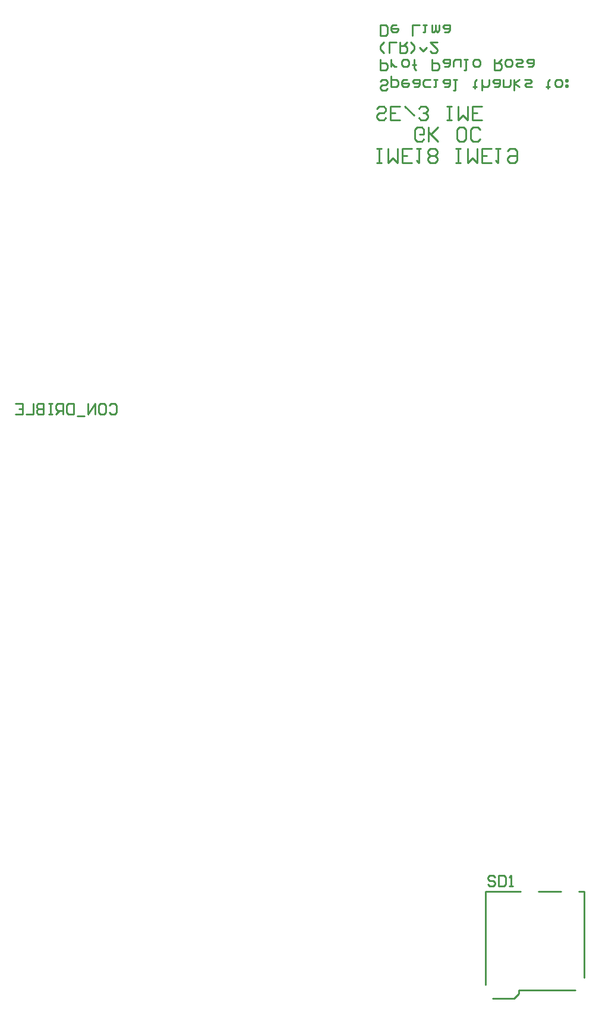
<source format=gbo>
G04 Layer_Color=32896*
%FSLAX25Y25*%
%MOIN*%
G70*
G01*
G75*
%ADD56C,0.01000*%
D56*
X-38488Y-576655D02*
Y-524490D01*
X16630Y-572718D02*
Y-524490D01*
X-19787Y-579608D02*
X11709D01*
X-38488Y-524490D02*
X-18803D01*
X-8961D02*
X3835D01*
X13677D02*
X16630D01*
X-34551Y-584529D02*
X-22740D01*
X-19787Y-581577D01*
Y-579608D01*
X-93678Y-74190D02*
X-94678Y-75190D01*
X-96677D01*
X-97677Y-74190D01*
Y-73190D01*
X-96677Y-72191D01*
X-94678D01*
X-93678Y-71191D01*
Y-70192D01*
X-94678Y-69192D01*
X-96677D01*
X-97677Y-70192D01*
X-91679Y-67193D02*
Y-73190D01*
X-88680D01*
X-87680Y-72191D01*
Y-70192D01*
X-88680Y-69192D01*
X-91679D01*
X-82682D02*
X-84681D01*
X-85681Y-70192D01*
Y-72191D01*
X-84681Y-73190D01*
X-82682D01*
X-81682Y-72191D01*
Y-71191D01*
X-85681D01*
X-78683Y-73190D02*
X-76684D01*
X-75684Y-72191D01*
Y-69192D01*
X-78683D01*
X-79683Y-70192D01*
X-78683Y-71191D01*
X-75684D01*
X-69686Y-73190D02*
X-72685D01*
X-73685Y-72191D01*
Y-70192D01*
X-72685Y-69192D01*
X-69686D01*
X-67687D02*
X-65687D01*
X-66687D01*
Y-73190D01*
X-67687D01*
X-61689D02*
X-59689D01*
X-58690Y-72191D01*
Y-69192D01*
X-61689D01*
X-62688Y-70192D01*
X-61689Y-71191D01*
X-58690D01*
X-56690Y-69192D02*
X-54691D01*
X-55691D01*
Y-75190D01*
X-56690D01*
X-44694Y-74190D02*
Y-73190D01*
X-45694D01*
X-43695D01*
X-44694D01*
Y-70192D01*
X-43695Y-69192D01*
X-40696Y-75190D02*
Y-69192D01*
Y-72191D01*
X-39696Y-73190D01*
X-37696D01*
X-36697Y-72191D01*
Y-69192D01*
X-33698Y-73190D02*
X-31698D01*
X-30699Y-72191D01*
Y-69192D01*
X-33698D01*
X-34697Y-70192D01*
X-33698Y-71191D01*
X-30699D01*
X-28699Y-69192D02*
Y-73190D01*
X-25700D01*
X-24701Y-72191D01*
Y-69192D01*
X-22701D02*
Y-75190D01*
Y-71191D02*
X-19702Y-73190D01*
X-22701Y-71191D02*
X-19702Y-69192D01*
X-16703D02*
X-13704D01*
X-12705Y-70192D01*
X-13704Y-71191D01*
X-15704D01*
X-16703Y-72191D01*
X-15704Y-73190D01*
X-12705D01*
X-3708Y-74190D02*
Y-73190D01*
X-4707D01*
X-2708D01*
X-3708D01*
Y-70192D01*
X-2708Y-69192D01*
X1291D02*
X3290D01*
X4290Y-70192D01*
Y-72191D01*
X3290Y-73190D01*
X1291D01*
X291Y-72191D01*
Y-70192D01*
X1291Y-69192D01*
X6289Y-73190D02*
X7289D01*
Y-72191D01*
X6289D01*
Y-73190D01*
Y-70192D02*
X7289D01*
Y-69192D01*
X6289D01*
Y-70192D01*
X-97677Y-57595D02*
Y-63593D01*
X-94678D01*
X-93678Y-62593D01*
Y-60594D01*
X-94678Y-59594D01*
X-97677D01*
X-91679Y-61594D02*
Y-57595D01*
Y-59594D01*
X-90679Y-60594D01*
X-89680Y-61594D01*
X-88680D01*
X-84681Y-57595D02*
X-82682D01*
X-81682Y-58595D01*
Y-60594D01*
X-82682Y-61594D01*
X-84681D01*
X-85681Y-60594D01*
Y-58595D01*
X-84681Y-57595D01*
X-78683D02*
Y-62593D01*
Y-60594D01*
X-79683D01*
X-77684D01*
X-78683D01*
Y-62593D01*
X-77684Y-63593D01*
X-68686Y-57595D02*
Y-63593D01*
X-65687D01*
X-64688Y-62593D01*
Y-60594D01*
X-65687Y-59594D01*
X-68686D01*
X-61689Y-61594D02*
X-59689D01*
X-58690Y-60594D01*
Y-57595D01*
X-61689D01*
X-62688Y-58595D01*
X-61689Y-59594D01*
X-58690D01*
X-56690Y-61594D02*
Y-58595D01*
X-55691Y-57595D01*
X-52692D01*
Y-61594D01*
X-50692Y-57595D02*
X-48693D01*
X-49693D01*
Y-63593D01*
X-50692D01*
X-44694Y-57595D02*
X-42695D01*
X-41695Y-58595D01*
Y-60594D01*
X-42695Y-61594D01*
X-44694D01*
X-45694Y-60594D01*
Y-58595D01*
X-44694Y-57595D01*
X-33698D02*
Y-63593D01*
X-30699D01*
X-29699Y-62593D01*
Y-60594D01*
X-30699Y-59594D01*
X-33698D01*
X-31698D02*
X-29699Y-57595D01*
X-26700D02*
X-24701D01*
X-23701Y-58595D01*
Y-60594D01*
X-24701Y-61594D01*
X-26700D01*
X-27700Y-60594D01*
Y-58595D01*
X-26700Y-57595D01*
X-21702D02*
X-18703D01*
X-17703Y-58595D01*
X-18703Y-59594D01*
X-20702D01*
X-21702Y-60594D01*
X-20702Y-61594D01*
X-17703D01*
X-14704D02*
X-12705D01*
X-11705Y-60594D01*
Y-57595D01*
X-14704D01*
X-15704Y-58595D01*
X-14704Y-59594D01*
X-11705D01*
X-95678Y-47997D02*
X-97677Y-49997D01*
Y-51996D01*
X-95678Y-53995D01*
X-92679D02*
Y-47997D01*
X-88680D01*
X-86681D02*
Y-53995D01*
X-83682D01*
X-82682Y-52996D01*
Y-50996D01*
X-83682Y-49997D01*
X-86681D01*
X-84681D02*
X-82682Y-47997D01*
X-80683D02*
X-78683Y-49997D01*
Y-51996D01*
X-80683Y-53995D01*
X-75684Y-50996D02*
X-73685Y-52996D01*
X-71685Y-50996D01*
X-65687Y-47997D02*
X-69686D01*
X-65687Y-51996D01*
Y-52996D01*
X-66687Y-53995D01*
X-68686D01*
X-69686Y-52996D01*
X-97677Y-44398D02*
Y-38399D01*
X-94678D01*
X-93678Y-39399D01*
Y-43398D01*
X-94678Y-44398D01*
X-97677D01*
X-88680Y-38399D02*
X-90679D01*
X-91679Y-39399D01*
Y-41399D01*
X-90679Y-42398D01*
X-88680D01*
X-87680Y-41399D01*
Y-40399D01*
X-91679D01*
X-79683Y-44398D02*
Y-38399D01*
X-75684D01*
X-73685D02*
X-71685D01*
X-72685D01*
Y-42398D01*
X-73685D01*
X-68686Y-38399D02*
Y-42398D01*
X-67687D01*
X-66687Y-41399D01*
Y-38399D01*
Y-41399D01*
X-65687Y-42398D01*
X-64688Y-41399D01*
Y-38399D01*
X-61689Y-42398D02*
X-59689D01*
X-58690Y-41399D01*
Y-38399D01*
X-61689D01*
X-62688Y-39399D01*
X-61689Y-40399D01*
X-58690D01*
X-73083Y-102343D02*
X-74395Y-103655D01*
X-77019D01*
X-78331Y-102343D01*
Y-97095D01*
X-77019Y-95784D01*
X-74395D01*
X-73083Y-97095D01*
Y-99719D01*
X-75707D01*
X-70459Y-103655D02*
Y-95784D01*
Y-98407D01*
X-65212Y-103655D01*
X-69147Y-99719D01*
X-65212Y-95784D01*
X-50780Y-103655D02*
X-53404D01*
X-54716Y-102343D01*
Y-97095D01*
X-53404Y-95784D01*
X-50780D01*
X-49469Y-97095D01*
Y-102343D01*
X-50780Y-103655D01*
X-41597Y-102343D02*
X-42909Y-103655D01*
X-45533D01*
X-46845Y-102343D01*
Y-97095D01*
X-45533Y-95784D01*
X-42909D01*
X-41597Y-97095D01*
X-99689Y-115564D02*
X-97065D01*
X-98377D01*
Y-107693D01*
X-99689D01*
X-97065D01*
X-93129D02*
Y-115564D01*
X-90506Y-112941D01*
X-87882Y-115564D01*
Y-107693D01*
X-80010Y-115564D02*
X-85258D01*
Y-107693D01*
X-80010D01*
X-85258Y-111629D02*
X-82634D01*
X-77386Y-107693D02*
X-74763D01*
X-76074D01*
Y-115564D01*
X-77386Y-114252D01*
X-70827D02*
X-69515Y-115564D01*
X-66891D01*
X-65579Y-114252D01*
Y-112941D01*
X-66891Y-111629D01*
X-65579Y-110317D01*
Y-109005D01*
X-66891Y-107693D01*
X-69515D01*
X-70827Y-109005D01*
Y-110317D01*
X-69515Y-111629D01*
X-70827Y-112941D01*
Y-114252D01*
X-69515Y-111629D02*
X-66891D01*
X-55084Y-115564D02*
X-52460D01*
X-53772D01*
Y-107693D01*
X-55084D01*
X-52460D01*
X-48524D02*
Y-115564D01*
X-45901Y-112941D01*
X-43277Y-115564D01*
Y-107693D01*
X-35405Y-115564D02*
X-40653D01*
Y-107693D01*
X-35405D01*
X-40653Y-111629D02*
X-38029D01*
X-32781Y-107693D02*
X-30158D01*
X-31470D01*
Y-115564D01*
X-32781Y-114252D01*
X-26222Y-109005D02*
X-24910Y-107693D01*
X-22286D01*
X-20974Y-109005D01*
Y-114252D01*
X-22286Y-115564D01*
X-24910D01*
X-26222Y-114252D01*
Y-112941D01*
X-24910Y-111629D01*
X-20974D01*
X-249426Y-251651D02*
X-248426Y-250651D01*
X-246427D01*
X-245427Y-251651D01*
Y-255650D01*
X-246427Y-256649D01*
X-248426D01*
X-249426Y-255650D01*
X-254424Y-250651D02*
X-252425D01*
X-251425Y-251651D01*
Y-255650D01*
X-252425Y-256649D01*
X-254424D01*
X-255424Y-255650D01*
Y-251651D01*
X-254424Y-250651D01*
X-257423Y-256649D02*
Y-250651D01*
X-261422Y-256649D01*
Y-250651D01*
X-263421Y-257649D02*
X-267420D01*
X-269419Y-250651D02*
Y-256649D01*
X-272418D01*
X-273418Y-255650D01*
Y-251651D01*
X-272418Y-250651D01*
X-269419D01*
X-275417Y-256649D02*
Y-250651D01*
X-278416D01*
X-279416Y-251651D01*
Y-253650D01*
X-278416Y-254650D01*
X-275417D01*
X-277417D02*
X-279416Y-256649D01*
X-281416Y-250651D02*
X-283415D01*
X-282415D01*
Y-256649D01*
X-281416D01*
X-283415D01*
X-286414Y-250651D02*
Y-256649D01*
X-289413D01*
X-290412Y-255650D01*
Y-254650D01*
X-289413Y-253650D01*
X-286414D01*
X-289413D01*
X-290412Y-252651D01*
Y-251651D01*
X-289413Y-250651D01*
X-286414D01*
X-292412D02*
Y-256649D01*
X-296411D01*
X-302409Y-250651D02*
X-298410D01*
Y-256649D01*
X-302409D01*
X-298410Y-253650D02*
X-300409D01*
X-33403Y-516458D02*
X-34402Y-515459D01*
X-36402D01*
X-37402Y-516458D01*
Y-517458D01*
X-36402Y-518458D01*
X-34402D01*
X-33403Y-519457D01*
Y-520457D01*
X-34402Y-521457D01*
X-36402D01*
X-37402Y-520457D01*
X-31403Y-515459D02*
Y-521457D01*
X-28405D01*
X-27405Y-520457D01*
Y-516458D01*
X-28405Y-515459D01*
X-31403D01*
X-25405Y-521457D02*
X-23406D01*
X-24406D01*
Y-515459D01*
X-25405Y-516458D01*
X-94429Y-90459D02*
X-95741Y-91771D01*
X-98365D01*
X-99677Y-90459D01*
Y-89147D01*
X-98365Y-87835D01*
X-95741D01*
X-94429Y-86523D01*
Y-85211D01*
X-95741Y-83899D01*
X-98365D01*
X-99677Y-85211D01*
X-86558Y-91771D02*
X-91806D01*
Y-83899D01*
X-86558D01*
X-91806Y-87835D02*
X-89182D01*
X-83934Y-83899D02*
X-78686Y-89147D01*
X-76063Y-90459D02*
X-74751Y-91771D01*
X-72127D01*
X-70815Y-90459D01*
Y-89147D01*
X-72127Y-87835D01*
X-73439D01*
X-72127D01*
X-70815Y-86523D01*
Y-85211D01*
X-72127Y-83899D01*
X-74751D01*
X-76063Y-85211D01*
X-60320Y-91771D02*
X-57696D01*
X-59008D01*
Y-83899D01*
X-60320D01*
X-57696D01*
X-53760D02*
Y-91771D01*
X-51136Y-89147D01*
X-48513Y-91771D01*
Y-83899D01*
X-40641Y-91771D02*
X-45889D01*
Y-83899D01*
X-40641D01*
X-45889Y-87835D02*
X-43265D01*
M02*

</source>
